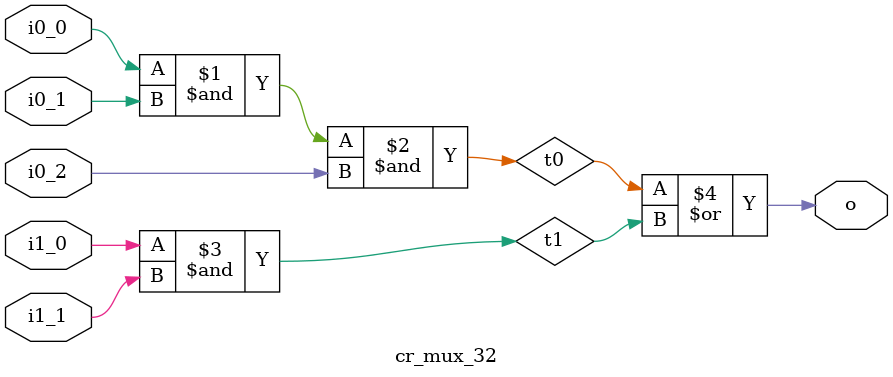
<source format=v>
module cr_mux_32 (o,i0_0,i0_1,i0_2,i1_0,i1_1);
   output o;
   input  i0_0,i0_1,i0_2,i1_0,i1_1;
   
   wire   t0 = i0_0 & i0_1  & i0_2;
   wire   t1 = i1_0 & i1_1;
   wire   o  = t0 | t1; // grh fixed: why 0 but not o?

endmodule
</source>
